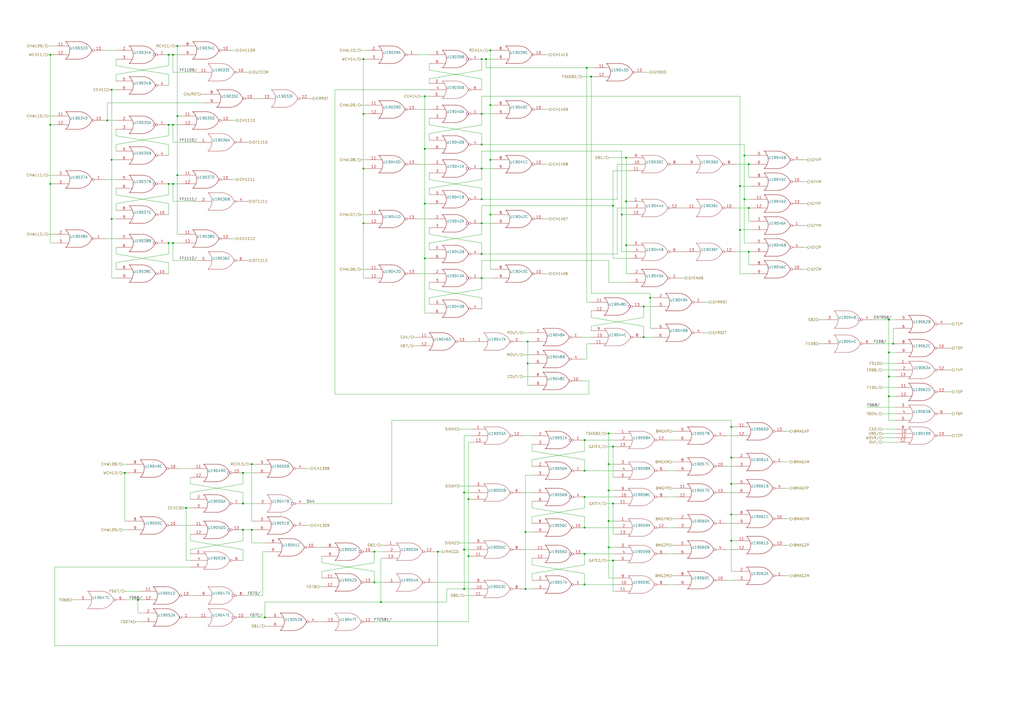
<source format=kicad_sch>
(kicad_sch (version 20211123) (generator eeschema)
  (paper "A2")
  (junction (at 515.62 185.42))
  (junction (at 340.36 39.37))
  (junction (at 281.94 34.29))
  (junction (at 246.38 86.36))
  (junction (at 284.48 60.96))
  (junction (at 210.82 129.54))
  (junction (at 434.34 95.25))
  (junction (at 304.8 308.61))
  (junction (at 355.6 292.1))
  (junction (at 102.87 67.31))
  (junction (at 80.01 347.98))
  (junction (at 363.22 142.24))
  (junction (at 429.26 133.35))
  (junction (at 279.4 115.57))
  (junction (at 271.78 289.56))
  (junction (at 100.33 31.75))
  (junction (at 518.16 199.39))
  (junction (at 246.38 55.88))
  (junction (at 355.6 119.38))
  (junction (at 64.77 127))
  (junction (at 210.82 34.29))
  (junction (at 284.48 29.21))
  (junction (at 373.38 177.8))
  (junction (at 140.97 292.1))
  (junction (at 363.22 116.84))
  (junction (at 97.79 140.97))
  (junction (at 64.77 52.07))
  (junction (at 353.06 251.46))
  (junction (at 217.17 320.04))
  (junction (at 100.33 140.97))
  (junction (at 279.4 97.79))
  (junction (at 424.18 247.65))
  (junction (at 100.33 106.68))
  (junction (at 429.26 107.95))
  (junction (at 279.4 83.82))
  (junction (at 146.05 269.24))
  (junction (at 97.79 106.68))
  (junction (at 431.8 90.17))
  (junction (at 304.8 341.63))
  (junction (at 153.67 358.14))
  (junction (at 220.98 349.25))
  (junction (at 64.77 92.71))
  (junction (at 515.62 229.87))
  (junction (at 29.21 31.75))
  (junction (at 342.9 44.45))
  (junction (at 269.24 341.63))
  (junction (at 254 320.04))
  (junction (at 97.79 31.75))
  (junction (at 355.6 325.12))
  (junction (at 353.06 284.48))
  (junction (at 210.82 66.04))
  (junction (at 146.05 307.34))
  (junction (at 102.87 26.67))
  (junction (at 424.18 265.43))
  (junction (at 434.34 120.65))
  (junction (at 353.06 302.26))
  (junction (at 424.18 313.69))
  (junction (at 271.78 322.58))
  (junction (at 284.48 124.46))
  (junction (at 100.33 72.39))
  (junction (at 353.06 317.5))
  (junction (at 279.4 161.29))
  (junction (at 306.07 210.82))
  (junction (at 284.48 92.71))
  (junction (at 353.06 269.24))
  (junction (at 355.6 259.08))
  (junction (at 279.4 129.54))
  (junction (at 217.17 337.82))
  (junction (at 107.95 294.64))
  (junction (at 140.97 307.34))
  (junction (at 269.24 318.77))
  (junction (at 515.62 204.47))
  (junction (at 339.09 321.31))
  (junction (at 434.34 146.05))
  (junction (at 210.82 97.79))
  (junction (at 306.07 198.12))
  (junction (at 431.8 115.57))
  (junction (at 360.68 124.46))
  (junction (at 279.4 66.04))
  (junction (at 515.62 218.44))
  (junction (at 339.09 273.05))
  (junction (at 339.09 339.09))
  (junction (at 269.24 285.75))
  (junction (at 29.21 106.68))
  (junction (at 62.23 69.85))
  (junction (at 246.38 149.86))
  (junction (at 424.18 298.45))
  (junction (at 339.09 306.07))
  (junction (at 29.21 72.39))
  (junction (at 246.38 118.11))
  (junction (at 339.09 288.29))
  (junction (at 377.19 172.72))
  (junction (at 279.4 34.29))
  (junction (at 363.22 91.44))
  (junction (at 140.97 274.32))
  (junction (at 97.79 72.39))
  (junction (at 279.4 147.32))
  (junction (at 72.39 274.32))
  (junction (at 339.09 255.27))
  (junction (at 102.87 101.6))
  (junction (at 373.38 195.58))
  (junction (at 424.18 280.67))
  (wire (pts (xy 474.98 185.42) (xy 476.25 185.42)))
  (wire (pts (xy 552.45 252.73) (xy 549.91 252.73)))
  (wire (pts (xy 210.82 161.29) (xy 212.09 161.29)))
  (wire (pts (xy 424.18 313.69) (xy 424.18 331.47)))
  (wire (pts (xy 429.26 158.75) (xy 435.61 158.75)))
  (wire (pts (xy 97.79 140.97) (xy 100.33 140.97)))
  (wire (pts (xy 353.06 151.13) (xy 353.06 163.83)))
  (wire (pts (xy 97.79 140.97) (xy 97.79 147.32)))
  (wire (pts (xy 209.55 124.46) (xy 212.09 124.46)))
  (wire (pts (xy 271.78 360.68) (xy 217.17 360.68)))
  (wire (pts (xy 279.4 140.97) (xy 248.92 135.89)))
  (wire (pts (xy 153.67 358.14) (xy 154.94 358.14)))
  (wire (pts (xy 279.4 161.29) (xy 279.4 167.64)))
  (wire (pts (xy 110.49 328.93) (xy 31.75 328.93)))
  (wire (pts (xy 306.07 210.82) (xy 306.07 223.52)))
  (wire (pts (xy 421.64 285.75) (xy 425.45 285.75)))
  (wire (pts (xy 340.36 175.26) (xy 342.9 175.26)))
  (wire (pts (xy 27.94 135.89) (xy 30.48 135.89)))
  (wire (pts (xy 279.4 104.14) (xy 248.92 109.22)))
  (wire (pts (xy 279.4 115.57) (xy 358.14 115.57)))
  (wire (pts (xy 284.48 29.21) (xy 284.48 60.96)))
  (wire (pts (xy 240.03 195.58) (xy 241.3 195.58)))
  (wire (pts (xy 100.33 82.55) (xy 113.03 82.55)))
  (wire (pts (xy 515.62 229.87) (xy 519.43 229.87)))
  (wire (pts (xy 194.31 228.6) (xy 194.31 52.07)))
  (wire (pts (xy 269.24 318.77) (xy 269.24 341.63)))
  (wire (pts (xy 140.97 307.34) (xy 140.97 313.69)))
  (wire (pts (xy 515.62 185.42) (xy 515.62 204.47)))
  (wire (pts (xy 394.97 120.65) (xy 396.24 120.65)))
  (wire (pts (xy 391.16 283.21) (xy 389.89 283.21)))
  (wire (pts (xy 279.4 83.82) (xy 279.4 77.47)))
  (wire (pts (xy 209.55 34.29) (xy 210.82 34.29)))
  (wire (pts (xy 146.05 269.24) (xy 146.05 302.26)))
  (wire (pts (xy 506.73 185.42) (xy 515.62 185.42)))
  (wire (pts (xy 281.94 39.37) (xy 340.36 39.37)))
  (wire (pts (xy 140.97 307.34) (xy 146.05 307.34)))
  (wire (pts (xy 506.73 199.39) (xy 518.16 199.39)))
  (wire (pts (xy 519.43 248.92) (xy 511.81 248.92)))
  (wire (pts (xy 279.4 87.63) (xy 279.4 97.79)))
  (wire (pts (xy 78.74 360.68) (xy 81.28 360.68)))
  (wire (pts (xy 515.62 243.84) (xy 519.43 243.84)))
  (wire (pts (xy 340.36 39.37) (xy 340.36 175.26)))
  (wire (pts (xy 248.92 77.47) (xy 248.92 81.28)))
  (wire (pts (xy 281.94 34.29) (xy 281.94 39.37)))
  (wire (pts (xy 353.06 91.44) (xy 363.22 91.44)))
  (wire (pts (xy 220.98 349.25) (xy 220.98 323.85)))
  (wire (pts (xy 342.9 170.18) (xy 377.19 170.18)))
  (wire (pts (xy 424.18 243.84) (xy 424.18 247.65)))
  (wire (pts (xy 424.18 331.47) (xy 425.45 331.47)))
  (wire (pts (xy 271.78 289.56) (xy 273.05 289.56)))
  (wire (pts (xy 152.4 320.04) (xy 153.67 320.04)))
  (wire (pts (xy 519.43 256.54) (xy 511.81 256.54)))
  (wire (pts (xy 217.17 320.04) (xy 217.17 326.39)))
  (wire (pts (xy 137.16 138.43) (xy 134.62 138.43)))
  (wire (pts (xy 27.94 67.31) (xy 30.48 67.31)))
  (wire (pts (xy 279.4 129.54) (xy 279.4 135.89)))
  (wire (pts (xy 271.78 256.54) (xy 273.05 256.54)))
  (wire (pts (xy 358.14 115.57) (xy 358.14 95.25)))
  (wire (pts (xy 140.97 292.1) (xy 140.97 285.75)))
  (wire (pts (xy 426.72 120.65) (xy 434.34 120.65)))
  (wire (pts (xy 146.05 307.34) (xy 147.32 307.34)))
  (wire (pts (xy 100.33 151.13) (xy 100.33 140.97)))
  (wire (pts (xy 246.38 118.11) (xy 246.38 149.86)))
  (wire (pts (xy 242.57 95.25) (xy 248.92 95.25)))
  (wire (pts (xy 73.66 347.98) (xy 80.01 347.98)))
  (wire (pts (xy 101.6 26.67) (xy 102.87 26.67)))
  (wire (pts (xy 106.68 294.64) (xy 107.95 294.64)))
  (wire (pts (xy 110.49 280.67) (xy 110.49 276.86)))
  (wire (pts (xy 279.4 179.07) (xy 279.4 172.72)))
  (wire (pts (xy 304.8 341.63) (xy 308.61 341.63)))
  (wire (pts (xy 269.24 285.75) (xy 269.24 318.77)))
  (wire (pts (xy 337.82 195.58) (xy 342.9 195.58)))
  (wire (pts (xy 137.16 29.21) (xy 134.62 29.21)))
  (wire (pts (xy 248.92 104.14) (xy 248.92 100.33)))
  (wire (pts (xy 421.64 252.73) (xy 425.45 252.73)))
  (wire (pts (xy 394.97 95.25) (xy 396.24 95.25)))
  (wire (pts (xy 341.63 228.6) (xy 194.31 228.6)))
  (wire (pts (xy 284.48 92.71) (xy 285.75 92.71)))
  (wire (pts (xy 71.12 307.34) (xy 73.66 307.34)))
  (wire (pts (xy 146.05 314.96) (xy 153.67 314.96)))
  (wire (pts (xy 111.76 345.44) (xy 113.03 345.44)))
  (wire (pts (xy 72.39 274.32) (xy 73.66 274.32)))
  (wire (pts (xy 429.26 133.35) (xy 435.61 133.35)))
  (wire (pts (xy 426.72 146.05) (xy 434.34 146.05)))
  (wire (pts (xy 363.22 116.84) (xy 364.49 116.84)))
  (wire (pts (xy 240.03 200.66) (xy 241.3 200.66)))
  (wire (pts (xy 355.6 259.08) (xy 356.87 259.08)))
  (wire (pts (xy 284.48 29.21) (xy 285.75 29.21)))
  (wire (pts (xy 387.35 288.29) (xy 391.16 288.29)))
  (wire (pts (xy 97.79 90.17) (xy 97.79 83.82)))
  (wire (pts (xy 434.34 146.05) (xy 435.61 146.05)))
  (wire (pts (xy 100.33 41.91) (xy 113.03 41.91)))
  (wire (pts (xy 64.77 161.29) (xy 67.31 161.29)))
  (wire (pts (xy 107.95 294.64) (xy 107.95 325.12)))
  (wire (pts (xy 271.78 256.54) (xy 271.78 289.56)))
  (wire (pts (xy 67.31 38.1) (xy 67.31 34.29)))
  (wire (pts (xy 353.06 335.28) (xy 356.87 335.28)))
  (wire (pts (xy 181.61 57.15) (xy 180.34 57.15)))
  (wire (pts (xy 363.22 91.44) (xy 363.22 116.84)))
  (wire (pts (xy 180.34 304.8) (xy 177.8 304.8)))
  (wire (pts (xy 353.06 251.46) (xy 356.87 251.46)))
  (wire (pts (xy 194.31 52.07) (xy 248.92 52.07)))
  (wire (pts (xy 67.31 43.18) (xy 67.31 46.99)))
  (wire (pts (xy 62.23 59.69) (xy 118.11 59.69)))
  (wire (pts (xy 102.87 26.67) (xy 102.87 67.31)))
  (wire (pts (xy 468.63 156.21) (xy 466.09 156.21)))
  (wire (pts (xy 72.39 274.32) (xy 72.39 302.26)))
  (wire (pts (xy 306.07 198.12) (xy 307.34 198.12)))
  (wire (pts (xy 474.98 199.39) (xy 476.25 199.39)))
  (wire (pts (xy 27.94 101.6) (xy 30.48 101.6)))
  (wire (pts (xy 146.05 307.34) (xy 146.05 314.96)))
  (wire (pts (xy 303.53 205.74) (xy 307.34 205.74)))
  (wire (pts (xy 97.79 78.74) (xy 67.31 83.82)))
  (wire (pts (xy 458.47 300.99) (xy 455.93 300.99)))
  (wire (pts (xy 62.23 69.85) (xy 62.23 59.69)))
  (wire (pts (xy 110.49 318.77) (xy 110.49 321.31)))
  (wire (pts (xy 107.95 325.12) (xy 110.49 325.12)))
  (wire (pts (xy 279.4 97.79) (xy 285.75 97.79)))
  (wire (pts (xy 373.38 177.8) (xy 373.38 184.15)))
  (wire (pts (xy 118.11 54.61) (xy 116.84 54.61)))
  (wire (pts (xy 279.4 129.54) (xy 285.75 129.54)))
  (wire (pts (xy 284.48 60.96) (xy 284.48 92.71)))
  (wire (pts (xy 424.18 247.65) (xy 424.18 265.43)))
  (wire (pts (xy 411.48 193.04) (xy 408.94 193.04)))
  (wire (pts (xy 391.16 316.23) (xy 389.89 316.23)))
  (wire (pts (xy 27.94 31.75) (xy 29.21 31.75)))
  (wire (pts (xy 137.16 69.85) (xy 134.62 69.85)))
  (wire (pts (xy 363.22 116.84) (xy 363.22 142.24)))
  (wire (pts (xy 29.21 140.97) (xy 30.48 140.97)))
  (wire (pts (xy 97.79 158.75) (xy 97.79 152.4)))
  (wire (pts (xy 279.4 161.29) (xy 285.75 161.29)))
  (wire (pts (xy 246.38 55.88) (xy 248.92 55.88)))
  (wire (pts (xy 67.31 78.74) (xy 67.31 74.93)))
  (wire (pts (xy 284.48 92.71) (xy 284.48 124.46)))
  (wire (pts (xy 153.67 349.25) (xy 220.98 349.25)))
  (wire (pts (xy 391.16 250.19) (xy 389.89 250.19)))
  (wire (pts (xy 246.38 149.86) (xy 246.38 181.61)))
  (wire (pts (xy 434.34 95.25) (xy 435.61 95.25)))
  (wire (pts (xy 434.34 128.27) (xy 435.61 128.27)))
  (wire (pts (xy 97.79 124.46) (xy 97.79 118.11)))
  (wire (pts (xy 29.21 72.39) (xy 30.48 72.39)))
  (wire (pts (xy 353.06 269.24) (xy 356.87 269.24)))
  (wire (pts (xy 209.55 92.71) (xy 212.09 92.71)))
  (wire (pts (xy 27.94 26.67) (xy 30.48 26.67)))
  (wire (pts (xy 360.68 87.63) (xy 360.68 124.46)))
  (wire (pts (xy 284.48 60.96) (xy 285.75 60.96)))
  (wire (pts (xy 72.39 342.9) (xy 81.28 342.9)))
  (wire (pts (xy 100.33 116.84) (xy 100.33 106.68)))
  (wire (pts (xy 246.38 181.61) (xy 248.92 181.61)))
  (wire (pts (xy 227.33 243.84) (xy 424.18 243.84)))
  (wire (pts (xy 102.87 67.31) (xy 104.14 67.31)))
  (wire (pts (xy 144.78 151.13) (xy 143.51 151.13)))
  (wire (pts (xy 355.6 259.08) (xy 355.6 276.86)))
  (wire (pts (xy 355.6 149.86) (xy 364.49 149.86)))
  (wire (pts (xy 153.67 363.22) (xy 154.94 363.22)))
  (wire (pts (xy 271.78 322.58) (xy 271.78 360.68)))
  (wire (pts (xy 373.38 184.15) (xy 342.9 189.23)))
  (wire (pts (xy 102.87 101.6) (xy 102.87 135.89)))
  (wire (pts (xy 64.77 127) (xy 64.77 161.29)))
  (wire (pts (xy 431.8 90.17) (xy 435.61 90.17)))
  (wire (pts (xy 411.48 175.26) (xy 408.94 175.26)))
  (wire (pts (xy 146.05 302.26) (xy 147.32 302.26)))
  (wire (pts (xy 217.17 337.82) (xy 217.17 331.47)))
  (wire (pts (xy 424.18 265.43) (xy 424.18 280.67)))
  (wire (pts (xy 248.92 72.39) (xy 248.92 68.58)))
  (wire (pts (xy 31.75 328.93) (xy 31.75 374.65)))
  (wire (pts (xy 339.09 332.74) (xy 339.09 339.09)))
  (wire (pts (xy 434.34 120.65) (xy 435.61 120.65)))
  (wire (pts (xy 279.4 87.63) (xy 360.68 87.63)))
  (wire (pts (xy 186.69 331.47) (xy 186.69 335.28)))
  (wire (pts (xy 339.09 321.31) (xy 356.87 321.31)))
  (wire (pts (xy 222.25 316.23) (xy 220.98 316.23)))
  (wire (pts (xy 458.47 267.97) (xy 455.93 267.97)))
  (wire (pts (xy 339.09 327.66) (xy 308.61 332.74)))
  (wire (pts (xy 271.78 289.56) (xy 271.78 322.58)))
  (wire (pts (xy 304.8 308.61) (xy 304.8 341.63)))
  (wire (pts (xy 102.87 135.89) (xy 104.14 135.89)))
  (wire (pts (xy 552.45 187.96) (xy 549.91 187.96)))
  (wire (pts (xy 304.8 275.59) (xy 304.8 308.61)))
  (wire (pts (xy 303.53 218.44) (xy 307.34 218.44)))
  (wire (pts (xy 353.06 284.48) (xy 353.06 302.26)))
  (wire (pts (xy 458.47 250.19) (xy 455.93 250.19)))
  (wire (pts (xy 339.09 266.7) (xy 339.09 273.05)))
  (wire (pts (xy 342.9 189.23) (xy 342.9 191.77)))
  (wire (pts (xy 515.62 218.44) (xy 515.62 229.87)))
  (wire (pts (xy 97.79 72.39) (xy 97.79 78.74)))
  (wire (pts (xy 387.35 339.09) (xy 391.16 339.09)))
  (wire (pts (xy 243.84 55.88) (xy 246.38 55.88)))
  (wire (pts (xy 424.18 280.67) (xy 425.45 280.67)))
  (wire (pts (xy 318.77 31.75) (xy 316.23 31.75)))
  (wire (pts (xy 518.16 190.5) (xy 518.16 199.39)))
  (wire (pts (xy 353.06 302.26) (xy 353.06 317.5)))
  (wire (pts (xy 519.43 224.79) (xy 511.81 224.79)))
  (wire (pts (xy 271.78 198.12) (xy 273.05 198.12)))
  (wire (pts (xy 355.6 325.12) (xy 355.6 342.9)))
  (wire (pts (xy 242.57 127) (xy 248.92 127)))
  (wire (pts (xy 246.38 55.88) (xy 246.38 86.36)))
  (wire (pts (xy 431.8 115.57) (xy 431.8 140.97)))
  (wire (pts (xy 140.97 318.77) (xy 110.49 313.69)))
  (wire (pts (xy 271.78 322.58) (xy 273.05 322.58)))
  (wire (pts (xy 468.63 105.41) (xy 466.09 105.41)))
  (wire (pts (xy 353.06 269.24) (xy 353.06 284.48)))
  (wire (pts (xy 519.43 240.03) (xy 511.81 240.03)))
  (wire (pts (xy 279.4 147.32) (xy 358.14 147.32)))
  (wire (pts (xy 31.75 374.65) (xy 254 374.65)))
  (wire (pts (xy 339.09 288.29) (xy 356.87 288.29)))
  (wire (pts (xy 341.63 220.98) (xy 341.63 228.6)))
  (wire (pts (xy 308.61 299.72) (xy 308.61 303.53)))
  (wire (pts (xy 220.98 323.85) (xy 222.25 323.85)))
  (wire (pts (xy 353.06 317.5) (xy 353.06 335.28)))
  (wire (pts (xy 431.8 140.97) (xy 435.61 140.97)))
  (wire (pts (xy 431.8 90.17) (xy 431.8 115.57)))
  (wire (pts (xy 363.22 91.44) (xy 364.49 91.44)))
  (wire (pts (xy 279.4 45.72) (xy 248.92 40.64)))
  (wire (pts (xy 434.34 120.65) (xy 434.34 128.27)))
  (wire (pts (xy 279.4 172.72) (xy 248.92 167.64)))
  (wire (pts (xy 360.68 124.46) (xy 364.49 124.46)))
  (wire (pts (xy 248.92 172.72) (xy 248.92 176.53)))
  (wire (pts (xy 279.4 34.29) (xy 279.4 40.64)))
  (wire (pts (xy 355.6 276.86) (xy 356.87 276.86)))
  (wire (pts (xy 468.63 130.81) (xy 466.09 130.81)))
  (wire (pts (xy 279.4 83.82) (xy 431.8 83.82)))
  (wire (pts (xy 552.45 227.33) (xy 549.91 227.33)))
  (wire (pts (xy 144.78 269.24) (xy 146.05 269.24)))
  (wire (pts (xy 259.08 349.25) (xy 259.08 341.63)))
  (wire (pts (xy 110.49 313.69) (xy 110.49 309.88)))
  (wire (pts (xy 391.16 300.99) (xy 389.89 300.99)))
  (wire (pts (xy 339.09 339.09) (xy 356.87 339.09)))
  (wire (pts (xy 80.01 347.98) (xy 80.01 355.6)))
  (wire (pts (xy 552.45 240.03) (xy 549.91 240.03)))
  (wire (pts (xy 421.64 318.77) (xy 425.45 318.77)))
  (wire (pts (xy 434.34 102.87) (xy 435.61 102.87)))
  (wire (pts (xy 177.8 292.1) (xy 227.33 292.1)))
  (wire (pts (xy 340.36 199.39) (xy 342.9 199.39)))
  (wire (pts (xy 279.4 66.04) (xy 279.4 72.39)))
  (wire (pts (xy 29.21 31.75) (xy 29.21 72.39)))
  (wire (pts (xy 458.47 283.21) (xy 455.93 283.21)))
  (wire (pts (xy 391.16 334.01) (xy 389.89 334.01)))
  (wire (pts (xy 147.32 292.1) (xy 140.97 292.1)))
  (wire (pts (xy 339.09 273.05) (xy 356.87 273.05)))
  (wire (pts (xy 363.22 158.75) (xy 364.49 158.75)))
  (wire (pts (xy 29.21 72.39) (xy 29.21 106.68)))
  (wire (pts (xy 337.82 44.45) (xy 342.9 44.45)))
  (wire (pts (xy 64.77 127) (xy 67.31 127)))
  (wire (pts (xy 340.36 39.37) (xy 344.17 39.37)))
  (wire (pts (xy 60.96 69.85) (xy 62.23 69.85)))
  (wire (pts (xy 180.34 271.78) (xy 177.8 271.78)))
  (wire (pts (xy 308.61 323.85) (xy 308.61 327.66)))
  (wire (pts (xy 279.4 135.89) (xy 248.92 140.97)))
  (wire (pts (xy 29.21 106.68) (xy 30.48 106.68)))
  (wire (pts (xy 279.4 119.38) (xy 355.6 119.38)))
  (wire (pts (xy 62.23 69.85) (xy 67.31 69.85)))
  (wire (pts (xy 353.06 163.83) (xy 364.49 163.83)))
  (wire (pts (xy 152.4 345.44) (xy 152.4 320.04)))
  (wire (pts (xy 143.51 358.14) (xy 153.67 358.14)))
  (wire (pts (xy 355.6 292.1) (xy 356.87 292.1)))
  (wire (pts (xy 421.64 303.53) (xy 425.45 303.53)))
  (wire (pts (xy 210.82 34.29) (xy 212.09 34.29)))
  (wire (pts (xy 100.33 31.75) (xy 100.33 41.91)))
  (wire (pts (xy 140.97 325.12) (xy 140.97 318.77)))
  (wire (pts (xy 279.4 34.29) (xy 281.94 34.29)))
  (wire (pts (xy 67.31 147.32) (xy 67.31 143.51)))
  (wire (pts (xy 242.57 158.75) (xy 248.92 158.75)))
  (wire (pts (xy 100.33 116.84) (xy 113.03 116.84)))
  (wire (pts (xy 353.06 302.26) (xy 356.87 302.26)))
  (wire (pts (xy 519.43 190.5) (xy 518.16 190.5)))
  (wire (pts (xy 468.63 118.11) (xy 466.09 118.11)))
  (wire (pts (xy 64.77 92.71) (xy 64.77 127)))
  (wire (pts (xy 71.12 274.32) (xy 72.39 274.32)))
  (wire (pts (xy 246.38 86.36) (xy 246.38 118.11)))
  (wire (pts (xy 72.39 302.26) (xy 73.66 302.26)))
  (wire (pts (xy 303.53 341.63) (xy 304.8 341.63)))
  (wire (pts (xy 67.31 83.82) (xy 67.31 87.63)))
  (wire (pts (xy 424.18 265.43) (xy 425.45 265.43)))
  (wire (pts (xy 424.18 298.45) (xy 424.18 313.69)))
  (wire (pts (xy 102.87 101.6) (xy 104.14 101.6)))
  (wire (pts (xy 67.31 118.11) (xy 67.31 121.92)))
  (wire (pts (xy 210.82 66.04) (xy 212.09 66.04)))
  (wire (pts (xy 434.34 146.05) (xy 434.34 153.67)))
  (wire (pts (xy 431.8 83.82) (xy 431.8 90.17)))
  (wire (pts (xy 248.92 45.72) (xy 248.92 48.26)))
  (wire (pts (xy 519.43 251.46) (xy 511.81 251.46)))
  (wire (pts (xy 246.38 118.11) (xy 248.92 118.11)))
  (wire (pts (xy 308.61 261.62) (xy 339.09 266.7)))
  (wire (pts (xy 279.4 55.88) (xy 429.26 55.88)))
  (wire (pts (xy 306.07 198.12) (xy 306.07 210.82)))
  (wire (pts (xy 519.43 210.82) (xy 511.81 210.82)))
  (wire (pts (xy 373.38 195.58) (xy 373.38 189.23)))
  (wire (pts (xy 377.19 41.91) (xy 374.65 41.91)))
  (wire (pts (xy 209.55 156.21) (xy 212.09 156.21)))
  (wire (pts (xy 303.53 193.04) (xy 307.34 193.04)))
  (wire (pts (xy 355.6 99.06) (xy 355.6 119.38)))
  (wire (pts (xy 303.53 198.12) (xy 306.07 198.12)))
  (wire (pts (xy 351.79 251.46) (xy 353.06 251.46)))
  (wire (pts (xy 279.4 66.04) (xy 285.75 66.04)))
  (wire (pts (xy 97.79 113.03) (xy 67.31 118.11)))
  (wire (pts (xy 358.14 95.25) (xy 364.49 95.25)))
  (wire (pts (xy 351.79 325.12) (xy 355.6 325.12)))
  (wire (pts (xy 363.22 142.24) (xy 364.49 142.24)))
  (wire (pts (xy 304.8 308.61) (xy 308.61 308.61)))
  (wire (pts (xy 355.6 325.12) (xy 356.87 325.12)))
  (wire (pts (xy 429.26 107.95) (xy 429.26 133.35)))
  (wire (pts (xy 64.77 52.07) (xy 67.31 52.07)))
  (wire (pts (xy 186.69 326.39) (xy 186.69 322.58)))
  (wire (pts (xy 60.96 104.14) (xy 67.31 104.14)))
  (wire (pts (xy 284.48 124.46) (xy 284.48 156.21)))
  (wire (pts (xy 342.9 44.45) (xy 344.17 44.45)))
  (wire (pts (xy 279.4 147.32) (xy 279.4 140.97)))
  (wire (pts (xy 429.26 133.35) (xy 429.26 158.75)))
  (wire (pts (xy 71.12 269.24) (xy 73.66 269.24)))
  (wire (pts (xy 266.7 248.92) (xy 273.05 248.92)))
  (wire (pts (xy 144.78 116.84) (xy 143.51 116.84)))
  (wire (pts (xy 515.62 204.47) (xy 515.62 218.44)))
  (wire (pts (xy 252.73 320.04) (xy 254 320.04)))
  (wire (pts (xy 515.62 218.44) (xy 519.43 218.44)))
  (wire (pts (xy 217.17 320.04) (xy 222.25 320.04)))
  (wire (pts (xy 153.67 358.14) (xy 153.67 349.25)))
  (wire (pts (xy 518.16 199.39) (xy 519.43 199.39)))
  (wire (pts (xy 64.77 92.71) (xy 67.31 92.71)))
  (wire (pts (xy 519.43 236.22) (xy 502.92 236.22)))
  (wire (pts (xy 337.82 208.28) (xy 340.36 208.28)))
  (wire (pts (xy 351.79 292.1) (xy 355.6 292.1)))
  (wire (pts (xy 421.64 336.55) (xy 425.45 336.55)))
  (wire (pts (xy 552.45 214.63) (xy 549.91 214.63)))
  (wire (pts (xy 387.35 306.07) (xy 391.16 306.07)))
  (wire (pts (xy 254 374.65) (xy 254 320.04)))
  (wire (pts (xy 308.61 266.7) (xy 308.61 270.51)))
  (wire (pts (xy 391.16 267.97) (xy 389.89 267.97)))
  (wire (pts (xy 424.18 313.69) (xy 425.45 313.69)))
  (wire (pts (xy 242.57 63.5) (xy 248.92 63.5)))
  (wire (pts (xy 355.6 119.38) (xy 355.6 149.86)))
  (wire (pts (xy 308.61 332.74) (xy 308.61 336.55)))
  (wire (pts (xy 519.43 254) (xy 511.81 254)))
  (wire (pts (xy 355.6 342.9) (xy 356.87 342.9)))
  (wire (pts (xy 185.42 360.68) (xy 186.69 360.68)))
  (wire (pts (xy 184.15 317.5) (xy 186.69 317.5)))
  (wire (pts (xy 67.31 152.4) (xy 67.31 156.21)))
  (wire (pts (xy 269.24 252.73) (xy 269.24 285.75)))
  (wire (pts (xy 342.9 44.45) (xy 342.9 170.18)))
  (wire (pts (xy 252.73 337.82) (xy 273.05 337.82)))
  (wire (pts (xy 552.45 201.93) (xy 549.91 201.93)))
  (wire (pts (xy 269.24 252.73) (xy 273.05 252.73)))
  (wire (pts (xy 353.06 317.5) (xy 356.87 317.5)))
  (wire (pts (xy 358.14 147.32) (xy 358.14 120.65)))
  (wire (pts (xy 110.49 285.75) (xy 110.49 289.56)))
  (wire (pts (xy 279.4 52.07) (xy 279.4 45.72)))
  (wire (pts (xy 308.61 327.66) (xy 339.09 332.74)))
  (wire (pts (xy 97.79 43.18) (xy 67.31 38.1)))
  (wire (pts (xy 421.64 270.51) (xy 425.45 270.51)))
  (wire (pts (xy 377.19 170.18) (xy 377.19 172.72)))
  (wire (pts (xy 340.36 208.28) (xy 340.36 199.39)))
  (wire (pts (xy 424.18 247.65) (xy 425.45 247.65)))
  (wire (pts (xy 67.31 113.03) (xy 67.31 109.22)))
  (wire (pts (xy 80.01 355.6) (xy 81.28 355.6)))
  (wire (pts (xy 306.07 210.82) (xy 307.34 210.82)))
  (wire (pts (xy 431.8 115.57) (xy 435.61 115.57)))
  (wire (pts (xy 360.68 124.46) (xy 360.68 146.05)))
  (wire (pts (xy 339.09 299.72) (xy 339.09 306.07)))
  (wire (pts (xy 144.78 41.91) (xy 143.51 41.91)))
  (wire (pts (xy 394.97 146.05) (xy 396.24 146.05)))
  (wire (pts (xy 339.09 306.07) (xy 356.87 306.07)))
  (wire (pts (xy 60.96 29.21) (xy 67.31 29.21)))
  (wire (pts (xy 279.4 151.13) (xy 353.06 151.13)))
  (wire (pts (xy 140.97 274.32) (xy 140.97 280.67)))
  (wire (pts (xy 284.48 124.46) (xy 285.75 124.46)))
  (wire (pts (xy 97.79 147.32) (xy 67.31 152.4)))
  (wire (pts (xy 246.38 86.36) (xy 248.92 86.36)))
  (wire (pts (xy 387.35 255.27) (xy 391.16 255.27)))
  (wire (pts (xy 210.82 97.79) (xy 210.82 129.54)))
  (wire (pts (xy 144.78 82.55) (xy 143.51 82.55)))
  (wire (pts (xy 97.79 106.68) (xy 97.79 113.03)))
  (wire (pts (xy 217.17 326.39) (xy 186.69 331.47)))
  (wire (pts (xy 227.33 292.1) (xy 227.33 243.84)))
  (wire (pts (xy 429.26 107.95) (xy 435.61 107.95)))
  (wire (pts (xy 339.09 261.62) (xy 308.61 266.7)))
  (wire (pts (xy 97.79 72.39) (xy 100.33 72.39)))
  (wire (pts (xy 185.42 340.36) (xy 186.69 340.36)))
  (wire (pts (xy 248.92 109.22) (xy 248.92 113.03)))
  (wire (pts (xy 266.7 314.96) (xy 273.05 314.96)))
  (wire (pts (xy 424.18 280.67) (xy 424.18 298.45)))
  (wire (pts (xy 102.87 26.67) (xy 104.14 26.67)))
  (wire (pts (xy 209.55 60.96) (xy 212.09 60.96)))
  (wire (pts (xy 279.4 115.57) (xy 279.4 109.22)))
  (wire (pts (xy 254 320.04) (xy 256.54 320.04)))
  (wire (pts (xy 360.68 146.05) (xy 364.49 146.05)))
  (wire (pts (xy 339.09 288.29) (xy 339.09 294.64)))
  (wire (pts (xy 279.4 77.47) (xy 248.92 72.39)))
  (wire (pts (xy 318.77 63.5) (xy 316.23 63.5)))
  (wire (pts (xy 97.79 152.4) (xy 67.31 147.32)))
  (wire (pts (xy 519.43 214.63) (xy 511.81 214.63)))
  (wire (pts (xy 355.6 99.06) (xy 364.49 99.06)))
  (wire (pts (xy 60.96 138.43) (xy 67.31 138.43)))
  (wire (pts (xy 318.77 127) (xy 316.23 127)))
  (wire (pts (xy 373.38 195.58) (xy 378.46 195.58)))
  (wire (pts (xy 342.9 184.15) (xy 342.9 180.34)))
  (wire (pts (xy 426.72 95.25) (xy 434.34 95.25)))
  (wire (pts (xy 515.62 229.87) (xy 515.62 243.84)))
  (wire (pts (xy 140.97 274.32) (xy 147.32 274.32)))
  (wire (pts (xy 100.33 72.39) (xy 104.14 72.39)))
  (wire (pts (xy 279.4 167.64) (xy 248.92 172.72)))
  (wire (pts (xy 373.38 177.8) (xy 378.46 177.8)))
  (wire (pts (xy 41.91 347.98) (xy 43.18 347.98)))
  (wire (pts (xy 140.97 280.67) (xy 110.49 285.75)))
  (wire (pts (xy 210.82 97.79) (xy 212.09 97.79)))
  (wire (pts (xy 143.51 345.44) (xy 152.4 345.44)))
  (wire (pts (xy 63.5 52.07) (xy 64.77 52.07)))
  (wire (pts (xy 306.07 223.52) (xy 307.34 223.52)))
  (wire (pts (xy 458.47 334.01) (xy 455.93 334.01)))
  (wire (pts (xy 100.33 106.68) (xy 104.14 106.68)))
  (wire (pts (xy 209.55 29.21) (xy 212.09 29.21)))
  (wire (pts (xy 97.79 38.1) (xy 67.31 43.18)))
  (wire (pts (xy 279.4 55.88) (xy 279.4 66.04)))
  (wire (pts (xy 107.95 294.64) (xy 110.49 294.64)))
  (wire (pts (xy 104.14 271.78) (xy 110.49 271.78)))
  (wire (pts (xy 303.53 285.75) (xy 308.61 285.75)))
  (wire (pts (xy 434.34 95.25) (xy 434.34 102.87)))
  (wire (pts (xy 80.01 347.98) (xy 81.28 347.98)))
  (wire (pts (xy 387.35 321.31) (xy 391.16 321.31)))
  (wire (pts (xy 146.05 269.24) (xy 147.32 269.24)))
  (wire (pts (xy 377.19 172.72) (xy 378.46 172.72)))
  (wire (pts (xy 279.4 72.39) (xy 248.92 77.47)))
  (wire (pts (xy 303.53 252.73) (xy 308.61 252.73)))
  (wire (pts (xy 248.92 40.64) (xy 248.92 36.83)))
  (wire (pts (xy 248.92 140.97) (xy 248.92 144.78)))
  (wire (pts (xy 351.79 259.08) (xy 355.6 259.08)))
  (wire (pts (xy 279.4 40.64) (xy 248.92 45.72)))
  (wire (pts (xy 148.59 57.15) (xy 149.86 57.15)))
  (wire (pts (xy 424.18 298.45) (xy 425.45 298.45)))
  (wire (pts (xy 217.17 337.82) (xy 222.25 337.82)))
  (wire (pts (xy 97.79 49.53) (xy 97.79 43.18)))
  (wire (pts (xy 29.21 31.75) (xy 30.48 31.75)))
  (wire (pts (xy 281.94 34.29) (xy 285.75 34.29)))
  (wire (pts (xy 140.97 285.75) (xy 110.49 280.67)))
  (wire (pts (xy 97.79 118.11) (xy 67.31 113.03)))
  (wire (pts (xy 304.8 275.59) (xy 308.61 275.59)))
  (wire (pts (xy 284.48 156.21) (xy 285.75 156.21)))
  (wire (pts (xy 515.62 204.47) (xy 519.43 204.47)))
  (wire (pts (xy 363.22 142.24) (xy 363.22 158.75)))
  (wire (pts (xy 279.4 119.38) (xy 279.4 129.54)))
  (wire (pts (xy 318.77 95.25) (xy 316.23 95.25)))
  (wire (pts (xy 100.33 82.55) (xy 100.33 72.39)))
  (wire (pts (xy 468.63 92.71) (xy 466.09 92.71)))
  (wire (pts (xy 210.82 129.54) (xy 212.09 129.54)))
  (wire (pts (xy 515.62 185.42) (xy 519.43 185.42)))
  (wire (pts (xy 102.87 67.31) (xy 102.87 101.6)))
  (wire (pts (xy 355.6 309.88) (xy 356.87 309.88)))
  (wire (pts (xy 100.33 31.75) (xy 104.14 31.75)))
  (wire (pts (xy 377.19 172.72) (xy 377.19 190.5)))
  (wire (pts (xy 210.82 129.54) (xy 210.82 161.29)))
  (wire (pts (xy 248.92 135.89) (xy 248.92 132.08)))
  (wire (pts (xy 29.21 106.68) (xy 29.21 140.97)))
  (wire (pts (xy 339.09 294.64) (xy 308.61 299.72)))
  (wire (pts (xy 220.98 349.25) (xy 259.08 349.25)))
  (wire (pts (xy 353.06 251.46) (xy 353.06 269.24)))
  (wire (pts (xy 308.61 290.83) (xy 308.61 294.64)))
  (wire (pts (xy 269.24 318.77) (xy 273.05 318.77)))
  (wire (pts (xy 429.26 55.88) (xy 429.26 107.95)))
  (wire (pts (xy 458.47 316.23) (xy 455.93 316.23)))
  (wire (pts (xy 337.82 220.98) (xy 341.63 220.98)))
  (wire (pts (xy 100.33 151.13) (xy 113.03 151.13)))
  (wire (pts (xy 269.24 341.63) (xy 273.05 341.63)))
  (wire (pts (xy 377.19 190.5) (xy 378.46 190.5)))
  (wire (pts (xy 279.4 109.22) (xy 248.92 104.14)))
  (wire (pts (xy 283.21 29.21) (xy 284.48 29.21)))
  (wire (pts (xy 353.06 284.48) (xy 356.87 284.48)))
  (wire (pts (xy 387.35 273.05) (xy 391.16 273.05)))
  (wire (pts (xy 273.05 345.44) (xy 269.24 345.44)))
  (wire (pts (xy 266.7 281.94) (xy 273.05 281.94)))
  (wire (pts (xy 242.57 31.75) (xy 248.92 31.75)))
  (wire (pts (xy 140.97 313.69) (xy 110.49 318.77)))
  (wire (pts (xy 97.79 31.75) (xy 97.79 38.1)))
  (wire (pts (xy 97.79 83.82) (xy 67.31 78.74)))
  (wire (pts (xy 217.17 331.47) (xy 186.69 326.39)))
  (wire (pts (xy 358.14 120.65) (xy 364.49 120.65)))
  (wire (pts (xy 308.61 257.81) (xy 308.61 261.62)))
  (wire (pts (xy 64.77 52.07) (xy 64.77 92.71)))
  (wire (pts (xy 210.82 34.29) (xy 210.82 66.04)))
  (wire (pts (xy 279.4 97.79) (xy 279.4 104.14)))
  (wire (pts (xy 248.92 167.64) (xy 248.92 163.83)))
  (wire (pts (xy 279.4 151.13) (xy 279.4 161.29)))
  (wire (pts (xy 97.79 106.68) (xy 100.33 106.68)))
  (wire (pts (xy 339.09 321.31) (xy 339.09 327.66)))
  (wire (pts (xy 434.34 153.67) (xy 435.61 153.67)))
  (wire (pts (xy 259.08 341.63) (xy 269.24 341.63)))
  (wire (pts (xy 318.77 158.75) (xy 316.23 158.75)))
  (wire (pts (xy 468.63 143.51) (xy 466.09 143.51)))
  (wire (pts (xy 308.61 294.64) (xy 339.09 299.72)))
  (wire (pts (xy 397.51 161.29) (xy 394.97 161.29)))
  (wire (pts (xy 339.09 255.27) (xy 339.09 261.62)))
  (wire (pts (xy 210.82 66.04) (xy 210.82 97.79)))
  (wire (pts (xy 303.53 318.77) (xy 308.61 318.77)))
  (wire (pts (xy 137.16 104.14) (xy 134.62 104.14)))
  (wire (pts (xy 373.38 189.23) (xy 342.9 184.15)))
  (wire (pts (xy 246.38 149.86) (xy 248.92 149.86)))
  (wire (pts (xy 97.79 31.75) (xy 100.33 31.75)))
  (wire (pts (xy 339.09 255.27) (xy 356.87 255.27)))
  (wire (pts (xy 269.24 285.75) (xy 273.05 285.75)))
  (wire (pts (xy 355.6 292.1) (xy 355.6 309.88)))
  (wire (pts (xy 104.14 304.8) (xy 110.49 304.8)))
  (wire (pts (xy 100.33 140.97) (xy 104.14 140.97)))
  (wire (pts (xy 111.76 358.14) (xy 113.03 358.14)))
  (label "F06B/" (at 502.92 236.22 0) (effects (font (size 1.524 1.524))))
  (label "FF1110/" (at 104.14 82.55 0) (effects (font (size 1.524 1.524))))
  (label "O44" (at 177.8 292.1 0) (effects (font (size 1.524 1.524))))
  (label "F06B/" (at 74.93 347.98 0) (effects (font (size 1.524 1.524))))
  (label "FF1111/" (at 104.14 116.84 0) (effects (font (size 1.524 1.524))))
  (label "CNTRSB/" (at 506.73 185.42 0) (effects (font (size 1.524 1.524))))
  (label "F7CSB1/" (at 227.33 360.68 180) (effects (font (size 1.524 1.524))))
  (label "FF1112/" (at 104.14 151.13 0) (effects (font (size 1.524 1.524))))
  (label "F10B/" (at 506.73 199.39 0) (effects (font (size 1.524 1.524))))
  (label "F07D/" (at 151.13 345.44 180) (effects (font (size 1.524 1.524))))
  (label "FF1109/" (at 104.14 41.91 0) (effects (font (size 1.524 1.524))))
  (label "F07C/" (at 152.4 358.14 180) (effects (font (size 1.524 1.524))))
  (hierarchical_label "CAURST" (shape input) (at 116.84 54.61 180) (effects (font (size 1.524 1.524))))
  (hierarchical_label "CHWL06/" (shape input) (at 209.55 156.21 180) (effects (font (size 1.524 1.524))))
  (hierarchical_label "WCH13/" (shape input) (at 71.12 274.32 180) (effects (font (size 1.524 1.524))))
  (hierarchical_label "OUTCOM" (shape output) (at 144.78 41.91 0) (effects (font (size 1.524 1.524))))
  (hierarchical_label "CHWL11/" (shape input) (at 27.94 101.6 180) (effects (font (size 1.524 1.524))))
  (hierarchical_label "CHWL08/" (shape input) (at 209.55 92.71 180) (effects (font (size 1.524 1.524))))
  (hierarchical_label "BMAGXP" (shape output) (at 458.47 250.19 0) (effects (font (size 1.524 1.524))))
  (hierarchical_label "CCH13" (shape input) (at 106.68 294.64 180) (effects (font (size 1.524 1.524))))
  (hierarchical_label "F10A/" (shape input) (at 511.81 224.79 180) (effects (font (size 1.524 1.524))))
  (hierarchical_label "SIGNX" (shape input) (at 266.7 248.92 180) (effects (font (size 1.524 1.524))))
  (hierarchical_label "BMGYM" (shape input) (at 389.89 300.99 180) (effects (font (size 1.524 1.524))))
  (hierarchical_label "GYZM" (shape output) (at 468.63 156.21 0) (effects (font (size 1.524 1.524))))
  (hierarchical_label "OVF/" (shape input) (at 511.81 256.54 180) (effects (font (size 1.524 1.524))))
  (hierarchical_label "SB0/" (shape input) (at 269.24 345.44 180) (effects (font (size 1.524 1.524))))
  (hierarchical_label "F07B" (shape input) (at 185.42 340.36 180) (effects (font (size 1.524 1.524))))
  (hierarchical_label "CHWL10/" (shape input) (at 27.94 67.31 180) (effects (font (size 1.524 1.524))))
  (hierarchical_label "FS07/" (shape input) (at 72.39 342.9 180) (effects (font (size 1.524 1.524))))
  (hierarchical_label "OT1111" (shape output) (at 144.78 116.84 0) (effects (font (size 1.524 1.524))))
  (hierarchical_label "CH1407" (shape output) (at 318.77 127 0) (effects (font (size 1.524 1.524))))
  (hierarchical_label "XB5/" (shape input) (at 511.81 251.46 180) (effects (font (size 1.524 1.524))))
  (hierarchical_label "SB1/" (shape input) (at 353.06 91.44 180) (effects (font (size 1.524 1.524))))
  (hierarchical_label "CH1408" (shape output) (at 318.77 95.25 0) (effects (font (size 1.524 1.524))))
  (hierarchical_label "CH1406" (shape output) (at 318.77 158.75 0) (effects (font (size 1.524 1.524))))
  (hierarchical_label "WCH14/" (shape input) (at 209.55 34.29 180) (effects (font (size 1.524 1.524))))
  (hierarchical_label "WCH11/" (shape input) (at 27.94 31.75 180) (effects (font (size 1.524 1.524))))
  (hierarchical_label "BMAGXM" (shape output) (at 458.47 267.97 0) (effects (font (size 1.524 1.524))))
  (hierarchical_label "BMGXM" (shape input) (at 389.89 267.97 180) (effects (font (size 1.524 1.524))))
  (hierarchical_label "T3P" (shape output) (at 552.45 201.93 0) (effects (font (size 1.524 1.524))))
  (hierarchical_label "GYXP" (shape output) (at 468.63 92.71 0) (effects (font (size 1.524 1.524))))
  (hierarchical_label "GATEX/" (shape input) (at 351.79 259.08 180) (effects (font (size 1.524 1.524))))
  (hierarchical_label "CCH11" (shape input) (at 63.5 52.07 180) (effects (font (size 1.524 1.524))))
  (hierarchical_label "CH1308" (shape output) (at 180.34 271.78 0) (effects (font (size 1.524 1.524))))
  (hierarchical_label "RCH11/" (shape input) (at 101.6 26.67 180) (effects (font (size 1.524 1.524))))
  (hierarchical_label "XB7/" (shape input) (at 240.03 200.66 180) (effects (font (size 1.524 1.524))))
  (hierarchical_label "CH1110" (shape output) (at 137.16 69.85 0) (effects (font (size 1.524 1.524))))
  (hierarchical_label "CA2/" (shape input) (at 511.81 248.92 180) (effects (font (size 1.524 1.524))))
  (hierarchical_label "GYYP" (shape output) (at 468.63 118.11 0) (effects (font (size 1.524 1.524))))
  (hierarchical_label "BMAGZM" (shape output) (at 458.47 334.01 0) (effects (font (size 1.524 1.524))))
  (hierarchical_label "T2P" (shape output) (at 552.45 252.73 0) (effects (font (size 1.524 1.524))))
  (hierarchical_label "GYENAB" (shape output) (at 397.51 161.29 0) (effects (font (size 1.524 1.524))))
  (hierarchical_label "SB1/" (shape input) (at 153.67 363.22 180) (effects (font (size 1.524 1.524))))
  (hierarchical_label "BMGYP" (shape input) (at 389.89 283.21 180) (effects (font (size 1.524 1.524))))
  (hierarchical_label "BMGXP" (shape input) (at 389.89 250.19 180) (effects (font (size 1.524 1.524))))
  (hierarchical_label "CHWL07/" (shape input) (at 209.55 124.46 180) (effects (font (size 1.524 1.524))))
  (hierarchical_label "BMGZM" (shape input) (at 389.89 334.01 180) (effects (font (size 1.524 1.524))))
  (hierarchical_label "CHWL09/" (shape input) (at 71.12 307.34 180) (effects (font (size 1.524 1.524))))
  (hierarchical_label "T6ON/" (shape input) (at 511.81 240.03 180) (effects (font (size 1.524 1.524))))
  (hierarchical_label "RHCGO" (shape output) (at 256.54 320.04 0) (effects (font (size 1.524 1.524))))
  (hierarchical_label "F09B/" (shape input) (at 511.81 214.63 180) (effects (font (size 1.524 1.524))))
  (hierarchical_label "T1P" (shape output) (at 552.45 187.96 0) (effects (font (size 1.524 1.524))))
  (hierarchical_label "GYRSET" (shape output) (at 411.48 193.04 0) (effects (font (size 1.524 1.524))))
  (hierarchical_label "F5ASB2/" (shape input) (at 351.79 251.46 180) (effects (font (size 1.524 1.524))))
  (hierarchical_label "FS10" (shape input) (at 511.81 210.82 180) (effects (font (size 1.524 1.524))))
  (hierarchical_label "MOUT/" (shape input) (at 303.53 205.74 180) (effects (font (size 1.524 1.524))))
  (hierarchical_label "CHWL12/" (shape input) (at 27.94 135.89 180) (effects (font (size 1.524 1.524))))
  (hierarchical_label "BMGZP" (shape input) (at 389.89 316.23 180) (effects (font (size 1.524 1.524))))
  (hierarchical_label "GATEZ/" (shape input) (at 351.79 325.12 180) (effects (font (size 1.524 1.524))))
  (hierarchical_label "CHWL10/" (shape input) (at 209.55 29.21 180) (effects (font (size 1.524 1.524))))
  (hierarchical_label "F06B" (shape input) (at 41.91 347.98 180) (effects (font (size 1.524 1.524))))
  (hierarchical_label "RCH13/" (shape input) (at 144.78 269.24 180) (effects (font (size 1.524 1.524))))
  (hierarchical_label "POUT/" (shape input) (at 303.53 193.04 180) (effects (font (size 1.524 1.524))))
  (hierarchical_label "CH1111" (shape output) (at 137.16 104.14 0) (effects (font (size 1.524 1.524))))
  (hierarchical_label "F10B" (shape input) (at 474.98 199.39 180) (effects (font (size 1.524 1.524))))
  (hierarchical_label "GYRRST" (shape output) (at 411.48 175.26 0) (effects (font (size 1.524 1.524))))
  (hierarchical_label "ERRST" (shape output) (at 181.61 57.15 0) (effects (font (size 1.524 1.524))))
  (hierarchical_label "CH1409" (shape output) (at 318.77 63.5 0) (effects (font (size 1.524 1.524))))
  (hierarchical_label "GYYM" (shape output) (at 468.63 130.81 0) (effects (font (size 1.524 1.524))))
  (hierarchical_label "CA4/" (shape input) (at 240.03 195.58 180) (effects (font (size 1.524 1.524))))
  (hierarchical_label "F5ASB2/" (shape input) (at 337.82 44.45 180) (effects (font (size 1.524 1.524))))
  (hierarchical_label "CH1109" (shape output) (at 137.16 29.21 0) (effects (font (size 1.524 1.524))))
  (hierarchical_label "BMAGYM" (shape output) (at 458.47 300.99 0) (effects (font (size 1.524 1.524))))
  (hierarchical_label "T6P" (shape output) (at 552.45 240.03 0) (effects (font (size 1.524 1.524))))
  (hierarchical_label "CH1410" (shape output) (at 318.77 31.75 0) (effects (font (size 1.524 1.524))))
  (hierarchical_label "FS07A" (shape input) (at 78.74 360.68 180) (effects (font (size 1.524 1.524))))
  (hierarchical_label "GYROD" (shape output) (at 377.19 41.91 0) (effects (font (size 1.524 1.524))))
  (hierarchical_label "GYZP" (shape output) (at 468.63 143.51 0) (effects (font (size 1.524 1.524))))
  (hierarchical_label "CH1112" (shape output) (at 137.16 138.43 0) (effects (font (size 1.524 1.524))))
  (hierarchical_label "CHWL09/" (shape input) (at 27.94 26.67 180) (effects (font (size 1.524 1.524))))
  (hierarchical_label "RCH14/" (shape input) (at 283.21 29.21 180) (effects (font (size 1.524 1.524))))
  (hierarchical_label "OT1110" (shape output) (at 144.78 82.55 0) (effects (font (size 1.524 1.524))))
  (hierarchical_label "CHWL09/" (shape input) (at 209.55 60.96 180) (effects (font (size 1.524 1.524))))
  (hierarchical_label "SB2/" (shape input) (at 220.98 316.23 180) (effects (font (size 1.524 1.524))))
  (hierarchical_label "SIGNY" (shape input) (at 266.7 281.94 180) (effects (font (size 1.524 1.524))))
  (hierarchical_label "OT1112" (shape output) (at 144.78 151.13 0) (effects (font (size 1.524 1.524))))
  (hierarchical_label "BMAGYP" (shape output) (at 458.47 283.21 0) (effects (font (size 1.524 1.524))))
  (hierarchical_label "WOVR/" (shape input) (at 511.81 254 180) (effects (font (size 1.524 1.524))))
  (hierarchical_label "T4P" (shape output) (at 552.45 214.63 0) (effects (font (size 1.524 1.524))))
  (hierarchical_label "CCH14" (shape input) (at 243.84 55.88 180) (effects (font (size 1.524 1.524))))
  (hierarchical_label "ZOUT/" (shape input) (at 303.53 218.44 180) (effects (font (size 1.524 1.524))))
  (hierarchical_label "SIGNZ" (shape input) (at 266.7 314.96 180) (effects (font (size 1.524 1.524))))
  (hierarchical_label "T5P" (shape output) (at 552.45 227.33 0) (effects (font (size 1.524 1.524))))
  (hierarchical_label "GATEY/" (shape input) (at 351.79 292.1 180) (effects (font (size 1.524 1.524))))
  (hierarchical_label "BMAGZP" (shape output) (at 458.47 316.23 0) (effects (font (size 1.524 1.524))))
  (hierarchical_label "SB2" (shape input) (at 474.98 185.42 180) (effects (font (size 1.524 1.524))))
  (hierarchical_label "GYXM" (shape output) (at 468.63 105.41 0) (effects (font (size 1.524 1.524))))
  (hierarchical_label "CHWL08/" (shape input) (at 71.12 269.24 180) (effects (font (size 1.524 1.524))))
  (hierarchical_label "CH1309" (shape output) (at 180.34 304.8 0) (effects (font (size 1.524 1.524))))
  (symbol (lib_id "agc_kicad_components:74HC02") (at 45.72 29.21 0) (unit 4)
    (property "Reference" "U19032" (at 45.72 27.94 0) (effects (font (size 1.524 1.524))))
  )
  (symbol (lib_id "agc_kicad_components:74HC02") (at 82.55 31.75 0) (unit 1)
    (property "Reference" "U19034" (at 82.55 30.48 0) (effects (font (size 1.524 1.524))))
    (property "Initial" "1" (at 88.9 31.75 0) (effects (font (size 1.524 1.524) italic)))
  )
  (symbol (lib_id "agc_kicad_components:74HC02") (at 82.55 49.53 0) (unit 2)
    (property "Reference" "U19034" (at 82.55 48.26 0) (effects (font (size 1.524 1.524))))
  )
  (symbol (lib_id "agc_kicad_components:74HC02") (at 119.38 29.21 0) (unit 3)
    (property "Reference" "U19034" (at 119.38 27.94 0) (effects (font (size 1.524 1.524))))
  )
  (symbol (lib_id "agc_kicad_components:74HC04") (at 128.27 41.91 0) (unit 5)
    (property "Reference" "U19033" (at 128.27 40.64 0) (effects (font (size 1.524 1.524))))
  )
  (symbol (lib_id "agc_kicad_components:74HC02") (at 45.72 69.85 0) (unit 4)
    (property "Reference" "U19034" (at 45.72 68.58 0) (effects (font (size 1.524 1.524))))
  )
  (symbol (lib_id "agc_kicad_components:74HC02") (at 82.55 72.39 0) (unit 1)
    (property "Reference" "U19035" (at 82.55 71.12 0) (effects (font (size 1.524 1.524))))
    (property "Initial" "1" (at 88.9 72.39 0) (effects (font (size 1.524 1.524) italic)))
  )
  (symbol (lib_id "agc_kicad_components:74HC02") (at 82.55 90.17 0) (unit 2)
    (property "Reference" "U19035" (at 82.55 88.9 0) (effects (font (size 1.524 1.524))))
  )
  (symbol (lib_id "agc_kicad_components:74HC02") (at 133.35 57.15 0) (unit 3)
    (property "Reference" "U19035" (at 133.35 55.88 0) (effects (font (size 1.524 1.524))))
  )
  (symbol (lib_id "agc_kicad_components:74HC04") (at 165.1 57.15 0) (unit 6)
    (property "Reference" "U19033" (at 165.1 55.88 0) (effects (font (size 1.524 1.524))))
  )
  (symbol (lib_id "agc_kicad_components:74HC02") (at 119.38 69.85 0) (unit 4)
    (property "Reference" "U19035" (at 119.38 68.58 0) (effects (font (size 1.524 1.524))))
  )
  (symbol (lib_id "agc_kicad_components:74HC04") (at 128.27 82.55 0) (unit 1)
    (property "Reference" "U19036" (at 128.27 81.28 0) (effects (font (size 1.524 1.524))))
  )
  (symbol (lib_id "agc_kicad_components:74HC02") (at 45.72 104.14 0) (unit 1)
    (property "Reference" "U19037" (at 45.72 102.87 0) (effects (font (size 1.524 1.524))))
  )
  (symbol (lib_id "agc_kicad_components:74HC02") (at 82.55 106.68 0) (unit 2)
    (property "Reference" "U19037" (at 82.55 105.41 0) (effects (font (size 1.524 1.524))))
    (property "Initial" "1" (at 88.9 106.68 0) (effects (font (size 1.524 1.524) italic)))
  )
  (symbol (lib_id "agc_kicad_components:74HC02") (at 82.55 124.46 0) (unit 3)
    (property "Reference" "U19037" (at 82.55 123.19 0) (effects (font (size 1.524 1.524))))
  )
  (symbol (lib_id "agc_kicad_components:74HC02") (at 119.38 104.14 0) (unit 4)
    (property "Reference" "U19037" (at 119.38 102.87 0) (effects (font (size 1.524 1.524))))
  )
  (symbol (lib_id "agc_kicad_components:74HC04") (at 128.27 116.84 0) (unit 2)
    (property "Reference" "U19036" (at 128.27 115.57 0) (effects (font (size 1.524 1.524))))
  )
  (symbol (lib_id "agc_kicad_components:74HC02") (at 45.72 138.43 0) (unit 1)
    (property "Reference" "U19038" (at 45.72 137.16 0) (effects (font (size 1.524 1.524))))
  )
  (symbol (lib_id "agc_kicad_components:74HC02") (at 82.55 140.97 0) (unit 2)
    (property "Reference" "U19038" (at 82.55 139.7 0) (effects (font (size 1.524 1.524))))
    (property "Initial" "1" (at 88.9 140.97 0) (effects (font (size 1.524 1.524) italic)))
  )
  (symbol (lib_id "agc_kicad_components:74HC02") (at 82.55 158.75 0) (unit 3)
    (property "Reference" "U19038" (at 82.55 157.48 0) (effects (font (size 1.524 1.524))))
  )
  (symbol (lib_id "agc_kicad_components:74HC02") (at 119.38 138.43 0) (unit 4)
    (property "Reference" "U19038" (at 119.38 137.16 0) (effects (font (size 1.524 1.524))))
  )
  (symbol (lib_id "agc_kicad_components:74HC04") (at 128.27 151.13 0) (unit 3)
    (property "Reference" "U19036" (at 128.27 149.86 0) (effects (font (size 1.524 1.524))))
  )
  (symbol (lib_id "agc_kicad_components:74HC02") (at 227.33 31.75 0) (unit 1)
    (property "Reference" "U19039" (at 227.33 30.48 0) (effects (font (size 1.524 1.524))))
  )
  (symbol (lib_id "agc_kicad_components:74HC02") (at 264.16 34.29 0) (unit 2)
    (property "Reference" "U19039" (at 264.16 33.02 0) (effects (font (size 1.524 1.524))))
    (property "Initial" "1" (at 270.51 34.29 0) (effects (font (size 1.524 1.524) italic)))
  )
  (symbol (lib_id "agc_kicad_components:74HC27") (at 264.16 52.07 0) (unit 2)
    (property "Reference" "U19030" (at 264.16 50.8 0) (effects (font (size 1.524 1.524))))
  )
  (symbol (lib_id "agc_kicad_components:74HC02") (at 300.99 31.75 0) (unit 3)
    (property "Reference" "U19039" (at 300.99 30.48 0) (effects (font (size 1.524 1.524))))
  )
  (symbol (lib_id "agc_kicad_components:74HC02") (at 227.33 63.5 0) (unit 4)
    (property "Reference" "U19039" (at 227.33 62.23 0) (effects (font (size 1.524 1.524))))
  )
  (symbol (lib_id "agc_kicad_components:74HC02") (at 264.16 66.04 0) (unit 1)
    (property "Reference" "U19040" (at 264.16 64.77 0) (effects (font (size 1.524 1.524))))
    (property "Initial" "1" (at 270.51 66.04 0) (effects (font (size 1.524 1.524) italic)))
  )
  (symbol (lib_id "agc_kicad_components:74HC02") (at 300.99 63.5 0) (unit 3)
    (property "Reference" "U19040" (at 300.99 62.23 0) (effects (font (size 1.524 1.524))))
  )
  (symbol (lib_id "agc_kicad_components:74HC02") (at 264.16 83.82 0) (unit 2)
    (property "Reference" "U19040" (at 264.16 82.55 0) (effects (font (size 1.524 1.524))))
  )
  (symbol (lib_id "agc_kicad_components:74HC02") (at 227.33 95.25 0) (unit 4)
    (property "Reference" "U19040" (at 227.33 93.98 0) (effects (font (size 1.524 1.524))))
  )
  (symbol (lib_id "agc_kicad_components:74HC02") (at 264.16 97.79 0) (unit 1)
    (property "Reference" "U19041" (at 264.16 96.52 0) (effects (font (size 1.524 1.524))))
    (property "Initial" "1" (at 270.51 97.79 0) (effects (font (size 1.524 1.524) italic)))
  )
  (symbol (lib_id "agc_kicad_components:74HC02") (at 300.99 95.25 0) (unit 3)
    (property "Reference" "U19041" (at 300.99 93.98 0) (effects (font (size 1.524 1.524))))
  )
  (symbol (lib_id "agc_kicad_components:74HC02") (at 264.16 115.57 0) (unit 2)
    (property "Reference" "U19041" (at 264.16 114.3 0) (effects (font (size 1.524 1.524))))
  )
  (symbol (lib_id "agc_kicad_components:74HC02") (at 227.33 127 0) (unit 4)
    (property "Reference" "U19041" (at 227.33 125.73 0) (effects (font (size 1.524 1.524))))
  )
  (symbol (lib_id "agc_kicad_components:74HC02") (at 264.16 129.54 0) (unit 1)
    (property "Reference" "U19042" (at 264.16 128.27 0) (effects (font (size 1.524 1.524))))
    (property "Initial" "1" (at 270.51 129.54 0) (effects (font (size 1.524 1.524) italic)))
  )
  (symbol (lib_id "agc_kicad_components:74HC02") (at 300.99 127 0) (unit 3)
    (property "Reference" "U19042" (at 300.99 125.73 0) (effects (font (size 1.524 1.524))))
  )
  (symbol (lib_id "agc_kicad_components:74HC02") (at 264.16 147.32 0) (unit 2)
    (property "Reference" "U19042" (at 264.16 146.05 0) (effects (font (size 1.524 1.524))))
  )
  (symbol (lib_id "agc_kicad_components:74HC02") (at 227.33 158.75 0) (unit 4)
    (property "Reference" "U19042" (at 227.33 157.48 0) (effects (font (size 1.524 1.524))))
  )
  (symbol (lib_id "agc_kicad_components:74HC02") (at 264.16 161.29 0) (unit 1)
    (property "Reference" "U19043" (at 264.16 160.02 0) (effects (font (size 1.524 1.524))))
    (property "Initial" "1" (at 270.51 161.29 0) (effects (font (size 1.524 1.524) italic)))
  )
  (symbol (lib_id "agc_kicad_components:74HC02") (at 300.99 158.75 0) (unit 3)
    (property "Reference" "U19043" (at 300.99 157.48 0) (effects (font (size 1.524 1.524))))
  )
  (symbol (lib_id "agc_kicad_components:74HC02") (at 264.16 179.07 0) (unit 2)
    (property "Reference" "U19043" (at 264.16 177.8 0) (effects (font (size 1.524 1.524))))
  )
  (symbol (lib_id "agc_kicad_components:74HC02") (at 359.41 41.91 0) (unit 4)
    (property "Reference" "U19043" (at 359.41 40.64 0) (effects (font (size 1.524 1.524))))
  )
  (symbol (lib_id "agc_kicad_components:74HC27") (at 379.73 95.25 0) (unit 3)
    (property "Reference" "U19030" (at 379.73 93.98 0) (effects (font (size 1.524 1.524))))
  )
  (symbol (lib_id "agc_kicad_components:74HC27") (at 379.73 120.65 0) (unit 1)
    (property "Reference" "U19044" (at 379.73 119.38 0) (effects (font (size 1.524 1.524))))
  )
  (symbol (lib_id "agc_kicad_components:74HC27") (at 379.73 146.05 0) (unit 2)
    (property "Reference" "U19044" (at 379.73 144.78 0) (effects (font (size 1.524 1.524))))
  )
  (symbol (lib_id "agc_kicad_components:74HC02") (at 379.73 161.29 0) (unit 1)
    (property "Reference" "U19045" (at 379.73 160.02 0) (effects (font (size 1.524 1.524))))
  )
  (symbol (lib_id "agc_kicad_components:74HC04") (at 411.48 95.25 0) (unit 4)
    (property "Reference" "U19036" (at 411.48 93.98 0) (effects (font (size 1.524 1.524))))
  )
  (symbol (lib_id "agc_kicad_components:74HC04") (at 411.48 120.65 0) (unit 5)
    (property "Reference" "U19036" (at 411.48 119.38 0) (effects (font (size 1.524 1.524))))
  )
  (symbol (lib_id "agc_kicad_components:74HC04") (at 411.48 146.05 0) (unit 6)
    (property "Reference" "U19036" (at 411.48 144.78 0) (effects (font (size 1.524 1.524))))
  )
  (symbol (lib_id "agc_kicad_components:74HC02") (at 450.85 92.71 0) (unit 2)
    (property "Reference" "U19045" (at 450.85 91.44 0) (effects (font (size 1.524 1.524))))
  )
  (symbol (lib_id "agc_kicad_components:74HC02") (at 450.85 105.41 0) (unit 3)
    (property "Reference" "U19045" (at 450.85 104.14 0) (effects (font (size 1.524 1.524))))
  )
  (symbol (lib_id "agc_kicad_components:74HC02") (at 450.85 118.11 0) (unit 4)
    (property "Reference" "U19045" (at 450.85 116.84 0) (effects (font (size 1.524 1.524))))
  )
  (symbol (lib_id "agc_kicad_components:74HC02") (at 450.85 130.81 0) (unit 1)
    (property "Reference" "U19046" (at 450.85 129.54 0) (effects (font (size 1.524 1.524))))
  )
  (symbol (lib_id "agc_kicad_components:74HC02") (at 450.85 143.51 0) (unit 2)
    (property "Reference" "U19046" (at 450.85 142.24 0) (effects (font (size 1.524 1.524))))
  )
  (symbol (lib_id "agc_kicad_components:74HC02") (at 450.85 156.21 0) (unit 3)
    (property "Reference" "U19046" (at 450.85 154.94 0) (effects (font (size 1.524 1.524))))
  )
  (symbol (lib_id "agc_kicad_components:74HC02") (at 256.54 198.12 0) (unit 4)
    (property "Reference" "U19046" (at 256.54 196.85 0) (effects (font (size 1.524 1.524))))
  )
  (symbol (lib_id "agc_kicad_components:74HC04") (at 288.29 198.12 0) (unit 1)
    (property "Reference" "U19047" (at 288.29 196.85 0) (effects (font (size 1.524 1.524))))
  )
  (symbol (lib_id "agc_kicad_components:74HC02") (at 322.58 195.58 0) (unit 1)
    (property "Reference" "U19048" (at 322.58 194.31 0) (effects (font (size 1.524 1.524))))
  )
  (symbol (lib_id "agc_kicad_components:74HC02") (at 322.58 208.28 0) (unit 2)
    (property "Reference" "U19048" (at 322.58 207.01 0) (effects (font (size 1.524 1.524))))
  )
  (symbol (lib_id "agc_kicad_components:74HC02") (at 322.58 220.98 0) (unit 3)
    (property "Reference" "U19048" (at 322.58 219.71 0) (effects (font (size 1.524 1.524))))
  )
  (symbol (lib_id "agc_kicad_components:74HC27") (at 358.14 195.58 0) (unit 3)
    (property "Reference" "U19044" (at 358.14 194.31 0) (effects (font (size 1.524 1.524))))
  )
  (symbol (lib_id "agc_kicad_components:74HC02") (at 358.14 177.8 0) (unit 4)
    (property "Reference" "U19048" (at 358.14 176.53 0) (effects (font (size 1.524 1.524))))
    (property "Initial" "1" (at 364.49 177.8 0) (effects (font (size 1.524 1.524) italic)))
  )
  (symbol (lib_id "agc_kicad_components:74HC02") (at 393.7 175.26 0) (unit 1)
    (property "Reference" "U19049" (at 393.7 173.99 0) (effects (font (size 1.524 1.524))))
  )
  (symbol (lib_id "agc_kicad_components:74HC02") (at 393.7 193.04 0) (unit 2)
    (property "Reference" "U19049" (at 393.7 191.77 0) (effects (font (size 1.524 1.524))))
  )
  (symbol (lib_id "agc_kicad_components:74HC02") (at 88.9 271.78 0) (unit 3)
    (property "Reference" "U19049" (at 88.9 270.51 0) (effects (font (size 1.524 1.524))))
  )
  (symbol (lib_id "agc_kicad_components:74HC02") (at 125.73 274.32 0) (unit 4)
    (property "Reference" "U19049" (at 125.73 273.05 0) (effects (font (size 1.524 1.524))))
    (property "Initial" "1" (at 132.08 274.32 0) (effects (font (size 1.524 1.524) italic)))
  )
  (symbol (lib_id "agc_kicad_components:74HC02") (at 125.73 292.1 0) (unit 1)
    (property "Reference" "U19050" (at 125.73 290.83 0) (effects (font (size 1.524 1.524))))
  )
  (symbol (lib_id "agc_kicad_components:74HC02") (at 162.56 271.78 0) (unit 2)
    (property "Reference" "U19050" (at 162.56 270.51 0) (effects (font (size 1.524 1.524))))
  )
  (symbol (lib_id "agc_kicad_components:74HC04") (at 162.56 292.1 0) (unit 2)
    (property "Reference" "U19047" (at 162.56 290.83 0) (effects (font (size 1.524 1.524))))
    (property "Initial" "1" (at 168.91 292.1 0) (effects (font (size 1.524 1.524) italic)))
  )
  (symbol (lib_id "agc_kicad_components:74HC02") (at 88.9 304.8 0) (unit 3)
    (property "Reference" "U19050" (at 88.9 303.53 0) (effects (font (size 1.524 1.524))))
  )
  (symbol (lib_id "agc_kicad_components:74HC02") (at 125.73 307.34 0) (unit 4)
    (property "Reference" "U19050" (at 125.73 306.07 0) (effects (font (size 1.524 1.524))))
    (property "Initial" "1" (at 132.08 307.34 0) (effects (font (size 1.524 1.524) italic)))
  )
  (symbol (lib_id "agc_kicad_components:74HC02") (at 323.85 255.27 0) (unit 1)
    (property "Reference" "U19051" (at 323.85 254 0) (effects (font (size 1.524 1.524))))
    (property "Initial" "1" (at 330.2 255.27 0) (effects (font (size 1.524 1.524) italic)))
  )
  (symbol (lib_id "agc_kicad_components:74HC02") (at 162.56 304.8 0) (unit 2)
    (property "Reference" "U19051" (at 162.56 303.53 0) (effects (font (size 1.524 1.524))))
  )
  (symbol (lib_id "agc_kicad_components:74HC02") (at 168.91 317.5 0) (unit 3)
    (property "Reference" "U19051" (at 168.91 316.23 0) (effects (font (size 1.524 1.524))))
  )
  (symbol (lib_id "agc_kicad_components:74HC02") (at 96.52 345.44 0) (unit 4)
    (property "Reference" "U19051" (at 96.52 344.17 0) (effects (font (size 1.524 1.524))))
  )
  (symbol (lib_id "agc_kicad_components:74HC02") (at 96.52 358.14 0) (unit 1)
    (property "Reference" "U19052" (at 96.52 356.87 0) (effects (font (size 1.524 1.524))))
  )
  (symbol (lib_id "agc_kicad_components:74HC04") (at 58.42 347.98 0) (unit 3)
    (property "Reference" "U19047" (at 58.42 346.71 0) (effects (font (size 1.524 1.524))))
  )
  (symbol (lib_id "agc_kicad_components:74HC04") (at 128.27 345.44 0) (unit 4)
    (property "Reference" "U19047" (at 128.27 344.17 0) (effects (font (size 1.524 1.524))))
    (property "Initial" "1" (at 134.62 345.44 0) (effects (font (size 1.524 1.524) italic)))
  )
  (symbol (lib_id "agc_kicad_components:74HC04") (at 128.27 358.14 0) (unit 5)
    (property "Reference" "U19047" (at 128.27 356.87 0) (effects (font (size 1.524 1.524))))
    (property "Initial" "1" (at 134.62 358.14 0) (effects (font (size 1.524 1.524) italic)))
  )
  (symbol (lib_id "agc_kicad_components:74HC02") (at 170.18 360.68 0) (unit 2)
    (property "Reference" "U19052" (at 170.18 359.41 0) (effects (font (size 1.524 1.524))))
  )
  (symbol (lib_id "agc_kicad_components:74HC04") (at 201.93 360.68 0) (unit 6)
    (property "Reference" "U19047" (at 201.93 359.41 0) (effects (font (size 1.524 1.524))))
  )
  (symbol (lib_id "agc_kicad_components:74HC02") (at 201.93 320.04 0) (unit 3)
    (property "Reference" "U19052" (at 201.93 318.77 0) (effects (font (size 1.524 1.524))))
    (property "Initial" "1" (at 208.28 320.04 0) (effects (font (size 1.524 1.524) italic)))
  )
  (symbol (lib_id "agc_kicad_components:74HC02") (at 201.93 337.82 0) (unit 4)
    (property "Reference" "U19052" (at 201.93 336.55 0) (effects (font (size 1.524 1.524))))
  )
  (symbol (lib_id "agc_kicad_components:74HC27") (at 237.49 320.04 0) (unit 1)
    (property "Reference" "U19053" (at 237.49 318.77 0) (effects (font (size 1.524 1.524))))
  )
  (symbol (lib_id "agc_kicad_components:74HC27") (at 125.73 325.12 0) (unit 2)
    (property "Reference" "U19053" (at 125.73 323.85 0) (effects (font (size 1.524 1.524))))
  )
  (symbol (lib_id "agc_kicad_components:74HC04") (at 237.49 337.82 0) (unit 1)
    (property "Reference" "U19054" (at 237.49 336.55 0) (effects (font (size 1.524 1.524))))
  )
  (symbol (lib_id "agc_kicad_components:74HC27") (at 288.29 341.63 0) (unit 3)
    (property "Reference" "U19053" (at 288.29 340.36 0) (effects (font (size 1.524 1.524))))
  )
  (symbol (lib_id "agc_kicad_components:74HC27") (at 288.29 252.73 0) (unit 1)
    (property "Reference" "U19055" (at 288.29 251.46 0) (effects (font (size 1.524 1.524))))
  )
  (symbol (lib_id "agc_kicad_components:74HC02") (at 323.85 273.05 0) (unit 1)
    (property "Reference" "U19056" (at 323.85 271.78 0) (effects (font (size 1.524 1.524))))
  )
  (symbol (lib_id "agc_kicad_components:74HC02") (at 323.85 288.29 0) (unit 2)
    (property "Reference" "U19056" (at 323.85 287.02 0) (effects (font (size 1.524 1.524))))
    (property "Initial" "1" (at 330.2 288.29 0) (effects (font (size 1.524 1.524) italic)))
  )
  (symbol (lib_id "agc_kicad_components:74HC27") (at 288.29 285.75 0) (unit 2)
    (property "Reference" "U19055" (at 288.29 284.48 0) (effects (font (size 1.524 1.524))))
  )
  (symbol (lib_id "agc_kicad_components:74HC02") (at 323.85 306.07 0) (unit 3)
    (property "Reference" "U19056" (at 323.85 304.8 0) (effects (font (size 1.524 1.524))))
  )
  (symbol (lib_id "agc_kicad_components:74HC02") (at 323.85 321.31 0) (unit 4)
    (property "Reference" "U19056" (at 323.85 320.04 0) (effects (font (size 1.524 1.524))))
    (property "Initial" "1" (at 330.2 321.31 0) (effects (font (size 1.524 1.524) italic)))
  )
  (symbol (lib_id "agc_kicad_components:74HC27") (at 288.29 318.77 0) (unit 3)
    (property "Reference" "U19055" (at 288.29 317.5 0) (effects (font (size 1.524 1.524))))
  )
  (symbol (lib_id "agc_kicad_components:74HC02") (at 323.85 339.09 0) (unit 1)
    (property "Reference" "U19057" (at 323.85 337.82 0) (effects (font (size 1.524 1.524))))
  )
  (symbol (lib_id "agc_kicad_components:74HC27") (at 372.11 255.27 0) (unit 1)
    (property "Reference" "U19058" (at 372.11 254 0) (effects (font (size 1.524 1.524))))
  )
  (symbol (lib_id "agc_kicad_components:74HC27") (at 372.11 273.05 0) (unit 2)
    (property "Reference" "U19058" (at 372.11 271.78 0) (effects (font (size 1.524 1.524))))
  )
  (symbol (lib_id "agc_kicad_components:74HC27") (at 372.11 288.29 0) (unit 3)
    (property "Reference" "U19058" (at 372.11 287.02 0) (effects (font (size 1.524 1.524))))
  )
  (symbol (lib_id "agc_kicad_components:74HC27") (at 372.11 306.07 0) (unit 1)
    (property "Reference" "U19059" (at 372.11 304.8 0) (effects (font (size 1.524 1.524))))
  )
  (symbol (lib_id "agc_kicad_components:74HC27") (at 372.11 321.31 0) (unit 2)
    (property "Reference" "U19059" (at 372.11 320.04 0) (effects (font (size 1.524 1.524))))
  )
  (symbol (lib_id "agc_kicad_components:74HC27") (at 372.11 339.09 0) (unit 3)
    (property "Reference" "U19059" (at 372.11 337.82 0) (effects (font (size 1.524 1.524))))
  )
  (symbol (lib_id "agc_kicad_components:74HC02") (at 406.4 252.73 0) (unit 2)
    (property "Reference" "U19057" (at 406.4 251.46 0) (effects (font (size 1.524 1.524))))
  )
  (symbol (lib_id "agc_kicad_components:74HC02") (at 406.4 270.51 0) (unit 3)
    (property "Reference" "U19057" (at 406.4 269.24 0) (effects (font (size 1.524 1.524))))
  )
  (symbol (lib_id "agc_kicad_components:74HC02") (at 406.4 285.75 0) (unit 4)
    (property "Reference" "U19057" (at 406.4 284.48 0) (effects (font (size 1.524 1.524))))
  )
  (symbol (lib_id "agc_kicad_components:74HC02") (at 406.4 303.53 0) (unit 1)
    (property "Reference" "U19060" (at 406.4 302.26 0) (effects (font (size 1.524 1.524))))
  )
  (symbol (lib_id "agc_kicad_components:74HC02") (at 406.4 318.77 0) (unit 2)
    (property "Reference" "U19060" (at 406.4 317.5 0) (effects (font (size 1.524 1.524))))
  )
  (symbol (lib_id "agc_kicad_components:74HC02") (at 406.4 336.55 0) (unit 3)
    (property "Reference" "U19060" (at 406.4 335.28 0) (effects (font (size 1.524 1.524))))
  )
  (symbol (lib_id "agc_kicad_components:74HC02") (at 440.69 250.19 0) (unit 4)
    (property "Reference" "U19060" (at 440.69 248.92 0) (effects (font (size 1.524 1.524))))
  )
  (symbol (lib_id "agc_kicad_components:74HC02") (at 440.69 267.97 0) (unit 1)
    (property "Reference" "U19061" (at 440.69 266.7 0) (effects (font (size 1.524 1.524))))
  )
  (symbol (lib_id "agc_kicad_components:74HC02") (at 440.69 283.21 0) (unit 2)
    (property "Reference" "U19061" (at 440.69 281.94 0) (effects (font (size 1.524 1.524))))
  )
  (symbol (lib_id "agc_kicad_components:74HC02") (at 440.69 300.99 0) (unit 3)
    (property "Reference" "U19061" (at 440.69 299.72 0) (effects (font (size 1.524 1.524))))
  )
  (symbol (lib_id "agc_kicad_components:74HC02") (at 440.69 316.23 0) (unit 4)
    (property "Reference" "U19061" (at 440.69 314.96 0) (effects (font (size 1.524 1.524))))
  )
  (symbol (lib_id "agc_kicad_components:74HC02") (at 440.69 334.01 0) (unit 1)
    (property "Reference" "U19062" (at 440.69 332.74 0) (effects (font (size 1.524 1.524))))
  )
  (symbol (lib_id "agc_kicad_components:74HC04") (at 491.49 185.42 0) (unit 2)
    (property "Reference" "U19054" (at 491.49 184.15 0) (effects (font (size 1.524 1.524))))
    (property "Initial" "1" (at 497.84 185.42 0) (effects (font (size 1.524 1.524) italic)))
  )
  (symbol (lib_id "agc_kicad_components:74HC02") (at 534.67 187.96 0) (unit 2)
    (property "Reference" "U19062" (at 534.67 186.69 0) (effects (font (size 1.524 1.524))))
  )
  (symbol (lib_id "agc_kicad_components:74HC04") (at 491.49 199.39 0) (unit 3)
    (property "Reference" "U19054" (at 491.49 198.12 0) (effects (font (size 1.524 1.524))))
  )
  (symbol (lib_id "agc_kicad_components:74HC02") (at 534.67 201.93 0) (unit 3)
    (property "Reference" "U19062" (at 534.67 200.66 0) (effects (font (size 1.524 1.524))))
  )
  (symbol (lib_id "agc_kicad_components:74HC27") (at 534.67 214.63 0) (unit 1)
    (property "Reference" "U19063" (at 534.67 213.36 0) (effects (font (size 1.524 1.524))))
  )
  (symbol (lib_id "agc_kicad_components:74HC02") (at 534.67 227.33 0) (unit 4)
    (property "Reference" "U19062" (at 534.67 226.06 0) (effects (font (size 1.524 1.524))))
  )
  (symbol (lib_id "agc_kicad_components:74HC27") (at 534.67 240.03 0) (unit 2)
    (property "Reference" "U19063" (at 534.67 238.76 0) (effects (font (size 1.524 1.524))))
  )
  (symbol (lib_id "agc_kicad_components:74HC4002") (at 534.67 252.73 0) (unit 2)
    (property "Reference" "U19019" (at 534.67 251.46 0) (effects (font (size 1.524 1.524))))
  )
)
</source>
